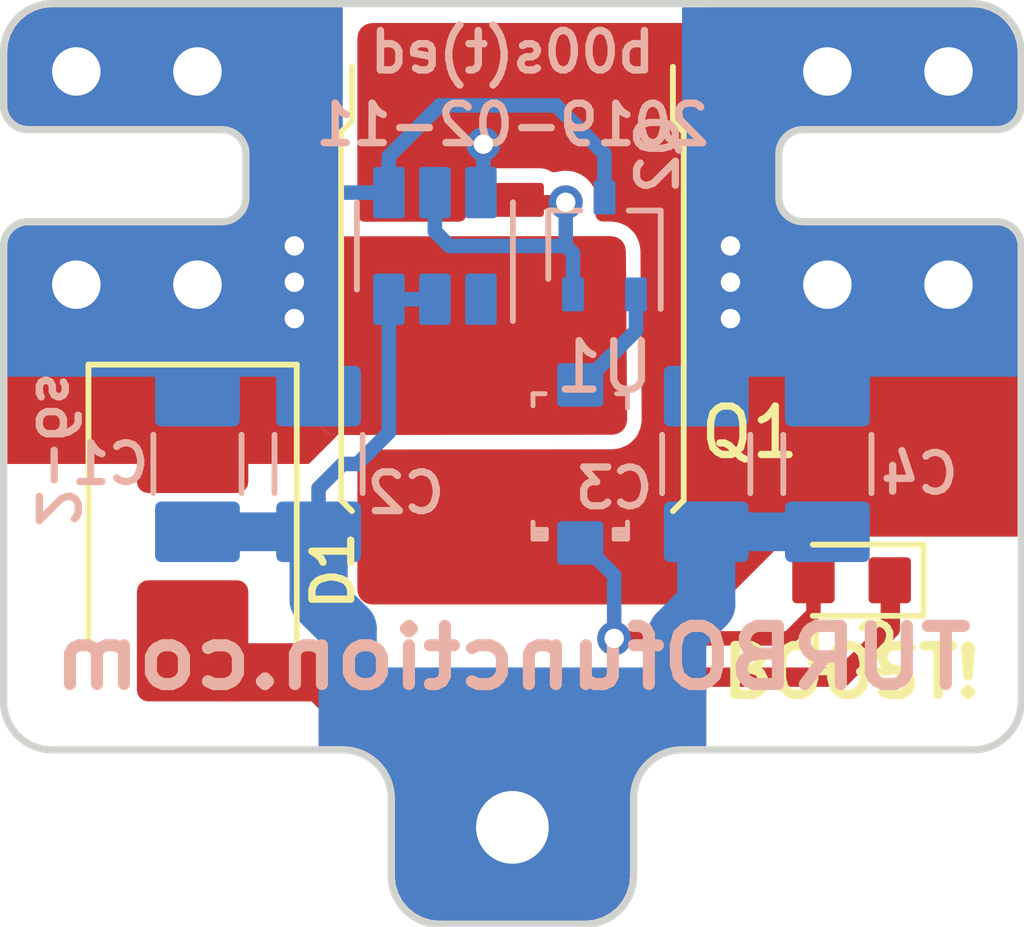
<source format=kicad_pcb>
(kicad_pcb (version 20171130) (host pcbnew "(5.0.1-3-g963ef8bb5)")

  (general
    (thickness 0.8)
    (drawings 43)
    (tracks 63)
    (zones 0)
    (modules 10)
    (nets 7)
  )

  (page A4)
  (layers
    (0 F.Cu mixed)
    (31 B.Cu mixed)
    (32 B.Adhes user hide)
    (33 F.Adhes user hide)
    (34 B.Paste user)
    (35 F.Paste user)
    (36 B.SilkS user)
    (37 F.SilkS user)
    (38 B.Mask user)
    (39 F.Mask user)
    (40 Dwgs.User user)
    (41 Cmts.User user)
    (42 Eco1.User user)
    (43 Eco2.User user)
    (44 Edge.Cuts user)
    (45 Margin user)
    (46 B.CrtYd user)
    (47 F.CrtYd user)
    (48 B.Fab user hide)
    (49 F.Fab user hide)
  )

  (setup
    (last_trace_width 0.3)
    (trace_clearance 0.15)
    (zone_clearance 0)
    (zone_45_only no)
    (trace_min 0.15)
    (segment_width 0.2)
    (edge_width 0.15)
    (via_size 0.7)
    (via_drill 0.4)
    (via_min_size 0)
    (via_min_drill 0.3)
    (uvia_size 0.3)
    (uvia_drill 0.1)
    (uvias_allowed no)
    (uvia_min_size 0.2)
    (uvia_min_drill 0.1)
    (pcb_text_width 0.153)
    (pcb_text_size 0.8 0.8128)
    (mod_edge_width 0.15)
    (mod_text_size 0.5 0.5)
    (mod_text_width 0.05)
    (pad_size 2.37 2.37)
    (pad_drill 0)
    (pad_to_mask_clearance 0.03)
    (solder_mask_min_width 0.15)
    (pad_to_paste_clearance -0.02)
    (pad_to_paste_clearance_ratio -0.05)
    (aux_axis_origin 22.2 24)
    (visible_elements FFFFFF7F)
    (pcbplotparams
      (layerselection 0x010f0_ffffffff)
      (usegerberextensions false)
      (usegerberattributes false)
      (usegerberadvancedattributes false)
      (creategerberjobfile false)
      (excludeedgelayer true)
      (linewidth 0.153000)
      (plotframeref false)
      (viasonmask false)
      (mode 1)
      (useauxorigin false)
      (hpglpennumber 1)
      (hpglpenspeed 20)
      (hpglpendiameter 15.000000)
      (psnegative false)
      (psa4output false)
      (plotreference false)
      (plotvalue false)
      (plotinvisibletext false)
      (padsonsilk true)
      (subtractmaskfromsilk false)
      (outputformat 1)
      (mirror false)
      (drillshape 0)
      (scaleselection 1)
      (outputdirectory "./"))
  )

  (net 0 "")
  (net 1 "Net-(Q1-Pad2)")
  (net 2 /OUT)
  (net 3 -BATT)
  (net 4 +BATT)
  (net 5 "Net-(D2-Pad2)")
  (net 6 "Net-(Q2-Pad1)")

  (net_class Default "This is the default net class."
    (clearance 0.15)
    (trace_width 0.3)
    (via_dia 0.7)
    (via_drill 0.4)
    (uvia_dia 0.3)
    (uvia_drill 0.1)
    (add_net +BATT)
    (add_net -BATT)
    (add_net /OUT)
    (add_net "Net-(D2-Pad2)")
    (add_net "Net-(Q1-Pad2)")
    (add_net "Net-(Q2-Pad1)")
  )

  (net_class HV ""
    (clearance 0.3)
    (trace_width 0.3)
    (via_dia 0.7)
    (via_drill 0.4)
    (uvia_dia 0.3)
    (uvia_drill 0.1)
  )

  (net_class Power ""
    (clearance 0.15)
    (trace_width 1.2)
    (via_dia 0.7)
    (via_drill 0.4)
    (uvia_dia 0.3)
    (uvia_drill 0.1)
  )

  (module Package_TO_SOT_SMD:SOT-23-6 (layer B.Cu) (tedit 5C61B26F) (tstamp 5C61E2E9)
    (at 138.4 65 90)
    (descr "6-pin SOT-23 package")
    (tags SOT-23-6)
    (path /5C62AAD7)
    (attr smd)
    (fp_text reference U1 (at -2.5 3.5 180) (layer B.SilkS)
      (effects (font (size 1 1) (thickness 0.15)) (justify mirror))
    )
    (fp_text value LM5050-2 (at 0 -2.9 90) (layer B.Fab)
      (effects (font (size 1 1) (thickness 0.15)) (justify mirror))
    )
    (fp_line (start 0.9 1.55) (end 0.9 -1.55) (layer B.Fab) (width 0.1))
    (fp_line (start 0.9 -1.55) (end -0.9 -1.55) (layer B.Fab) (width 0.1))
    (fp_line (start -0.9 0.9) (end -0.9 -1.55) (layer B.Fab) (width 0.1))
    (fp_line (start 0.9 1.55) (end -0.25 1.55) (layer B.Fab) (width 0.1))
    (fp_line (start -0.9 0.9) (end -0.25 1.55) (layer B.Fab) (width 0.1))
    (fp_line (start -1.9 1.8) (end -1.9 -1.8) (layer B.CrtYd) (width 0.05))
    (fp_line (start -1.9 -1.8) (end 1.9 -1.8) (layer B.CrtYd) (width 0.05))
    (fp_line (start 1.9 -1.8) (end 1.9 1.8) (layer B.CrtYd) (width 0.05))
    (fp_line (start 1.9 1.8) (end -1.9 1.8) (layer B.CrtYd) (width 0.05))
    (fp_line (start 0.9 1.61) (end -1.55 1.61) (layer B.SilkS) (width 0.12))
    (fp_line (start -0.9 -1.61) (end 0.9 -1.61) (layer B.SilkS) (width 0.12))
    (fp_text user %R (at 0 0) (layer B.Fab)
      (effects (font (size 0.5 0.5) (thickness 0.075)) (justify mirror))
    )
    (pad 5 smd roundrect (at 1.1 0 90) (size 1.06 0.65) (layers B.Cu B.Paste B.Mask) (roundrect_rratio 0.1)
      (net 1 "Net-(Q1-Pad2)"))
    (pad 6 smd roundrect (at 1.1 0.95 90) (size 1.06 0.65) (layers B.Cu B.Paste B.Mask) (roundrect_rratio 0.1)
      (net 2 /OUT))
    (pad 4 smd roundrect (at 1.1 -0.95 90) (size 1.06 0.65) (layers B.Cu B.Paste B.Mask) (roundrect_rratio 0.1)
      (net 4 +BATT))
    (pad 3 smd roundrect (at -1.1 -0.95 90) (size 1.06 0.65) (layers B.Cu B.Paste B.Mask) (roundrect_rratio 0.1)
      (net 3 -BATT))
    (pad 2 smd roundrect (at -1.1 0 90) (size 1.06 0.65) (layers B.Cu B.Paste B.Mask) (roundrect_rratio 0.1)
      (net 3 -BATT))
    (pad 1 smd roundrect (at -1.1 0.95 90) (size 1.06 0.65) (layers B.Cu B.Paste B.Mask) (roundrect_rratio 0.1))
    (model ${KISYS3DMOD}/Package_TO_SOT_SMD.3dshapes/SOT-23-6.wrl
      (at (xyz 0 0 0))
      (scale (xyz 1 1 1))
      (rotate (xyz 0 0 0))
    )
  )

  (module Capacitor_SMD:C_1206_3216Metric (layer B.Cu) (tedit 5C581995) (tstamp 5C61F38A)
    (at 146.5 69.5 270)
    (descr "Capacitor SMD 1206 (3216 Metric), square (rectangular) end terminal, IPC_7351 nominal, (Body size source: http://www.tortai-tech.com/upload/download/2011102023233369053.pdf), generated with kicad-footprint-generator")
    (tags capacitor)
    (path /5C555923)
    (attr smd)
    (fp_text reference C4 (at 0.2 -1.9) (layer B.SilkS)
      (effects (font (size 0.8 0.8) (thickness 0.15)) (justify mirror))
    )
    (fp_text value C (at 0 -1.82 270) (layer B.Fab)
      (effects (font (size 1 1) (thickness 0.15)) (justify mirror))
    )
    (fp_line (start -1.6 -0.8) (end -1.6 0.8) (layer B.Fab) (width 0.1))
    (fp_line (start -1.6 0.8) (end 1.6 0.8) (layer B.Fab) (width 0.1))
    (fp_line (start 1.6 0.8) (end 1.6 -0.8) (layer B.Fab) (width 0.1))
    (fp_line (start 1.6 -0.8) (end -1.6 -0.8) (layer B.Fab) (width 0.1))
    (fp_line (start -0.602064 0.91) (end 0.602064 0.91) (layer B.SilkS) (width 0.12))
    (fp_line (start -0.602064 -0.91) (end 0.602064 -0.91) (layer B.SilkS) (width 0.12))
    (fp_line (start -2.28 -1.12) (end -2.28 1.12) (layer B.CrtYd) (width 0.05))
    (fp_line (start -2.28 1.12) (end 2.28 1.12) (layer B.CrtYd) (width 0.05))
    (fp_line (start 2.28 1.12) (end 2.28 -1.12) (layer B.CrtYd) (width 0.05))
    (fp_line (start 2.28 -1.12) (end -2.28 -1.12) (layer B.CrtYd) (width 0.05))
    (fp_text user %R (at 0 0 270) (layer B.Fab)
      (effects (font (size 0.8 0.8) (thickness 0.12)) (justify mirror))
    )
    (pad 1 smd roundrect (at -1.4 0 270) (size 1.25 1.75) (layers B.Cu B.Paste B.Mask) (roundrect_rratio 0.1)
      (net 2 /OUT))
    (pad 2 smd roundrect (at 1.4 0 270) (size 1.25 1.75) (layers B.Cu B.Paste B.Mask) (roundrect_rratio 0.1)
      (net 3 -BATT))
    (model ${KISYS3DMOD}/Capacitor_SMD.3dshapes/C_1206_3216Metric.wrl
      (at (xyz 0 0 0))
      (scale (xyz 1 1 1))
      (rotate (xyz 0 0 0))
    )
  )

  (module Package_DirectFET:DirectFET_L8 (layer F.Cu) (tedit 5C5541B6) (tstamp 5C6221D5)
    (at 140 66.45 270)
    (descr "DirectFET L8 https://www.infineon.com/dgdl/Infineon-AN-1035-AN-v29_00-EN.pdf?fileId=5546d462533600a40153559159020f76")
    (tags "DirectFET L8")
    (path /5C52EA7D)
    (attr smd)
    (fp_text reference Q1 (at 2.4 -4.9 180) (layer F.SilkS)
      (effects (font (size 1 1) (thickness 0.15)))
    )
    (fp_text value IRF7739L1 (at 0 4.5 270) (layer F.Fab)
      (effects (font (size 1 1) (thickness 0.15)))
    )
    (fp_line (start 4.2 -3.3) (end 4.2 -3.42) (layer F.CrtYd) (width 0.05))
    (fp_line (start -5.14604 -3.31216) (end -4.02336 -3.31216) (layer F.SilkS) (width 0.12))
    (fp_line (start -3.95 -3.3) (end -3.775 -3.475) (layer F.Fab) (width 0.1))
    (fp_line (start -3.95 -2.975) (end -3.95 -3.3) (layer F.Fab) (width 0.1))
    (fp_line (start 5.45 -3.3) (end 5.45 3.3) (layer F.CrtYd) (width 0.05))
    (fp_line (start -4.2 -3.3) (end -5.45 -3.3) (layer F.CrtYd) (width 0.05))
    (fp_text user %R (at 0 0 270) (layer F.Fab)
      (effects (font (size 1 1) (thickness 0.15)))
    )
    (fp_line (start 3.775 -3.475) (end -3.775 -3.475) (layer F.Fab) (width 0.1))
    (fp_line (start 4.55 -2.975) (end 3.95 -2.975) (layer F.Fab) (width 0.1))
    (fp_line (start 4.55 -2.975) (end 4.55 2.975) (layer F.Fab) (width 0.1))
    (fp_line (start -4.55 -2.975) (end -4.55 2.975) (layer F.Fab) (width 0.1))
    (fp_line (start -4.55 -2.975) (end -3.95 -2.975) (layer F.Fab) (width 0.1))
    (fp_line (start 4.55 2.975) (end 3.95 2.975) (layer F.Fab) (width 0.1))
    (fp_line (start -4.55 2.975) (end -3.95 2.975) (layer F.Fab) (width 0.1))
    (fp_line (start 3.775 3.475) (end -3.775 3.475) (layer F.Fab) (width 0.1))
    (fp_line (start 3.8 -3.535) (end -3.8 -3.535) (layer F.SilkS) (width 0.12))
    (fp_line (start 3.89 3.73) (end -3.89 3.73) (layer F.CrtYd) (width 0.05))
    (fp_line (start 3.89 -3.73) (end -3.89 -3.73) (layer F.CrtYd) (width 0.05))
    (fp_line (start -5.45 -3.3) (end -5.45 3.3) (layer F.CrtYd) (width 0.05))
    (fp_line (start 3.95 -2.975) (end 3.95 -3.3) (layer F.Fab) (width 0.1))
    (fp_line (start 4.2 -3.42) (end 3.89 -3.73) (layer F.CrtYd) (width 0.05))
    (fp_line (start -3.95 2.975) (end -3.95 3.3) (layer F.Fab) (width 0.1))
    (fp_line (start 3.95 2.975) (end 3.95 3.3) (layer F.Fab) (width 0.1))
    (fp_line (start 3.95 3.3) (end 3.775 3.475) (layer F.Fab) (width 0.1))
    (fp_line (start -3.95 3.3) (end -3.775 3.475) (layer F.Fab) (width 0.1))
    (fp_line (start 3.95 -3.3) (end 3.775 -3.475) (layer F.Fab) (width 0.1))
    (fp_line (start -4.2 -3.42) (end -3.89 -3.73) (layer F.CrtYd) (width 0.05))
    (fp_line (start -4.2 -3.3) (end -4.2 -3.42) (layer F.CrtYd) (width 0.05))
    (fp_line (start -4.2 3.3) (end -5.45 3.3) (layer F.CrtYd) (width 0.05))
    (fp_line (start -4.2 3.42) (end -3.89 3.73) (layer F.CrtYd) (width 0.05))
    (fp_line (start -4.2 3.3) (end -4.2 3.42) (layer F.CrtYd) (width 0.05))
    (fp_line (start 4.2 -3.3) (end 5.45 -3.3) (layer F.CrtYd) (width 0.05))
    (fp_line (start 4.2 3.42) (end 3.89 3.73) (layer F.CrtYd) (width 0.05))
    (fp_line (start 4.2 3.3) (end 4.2 3.42) (layer F.CrtYd) (width 0.05))
    (fp_line (start 4.2 3.3) (end 5.45 3.3) (layer F.CrtYd) (width 0.05))
    (fp_line (start 4.02336 -3.31216) (end 3.8 -3.535) (layer F.SilkS) (width 0.12))
    (fp_line (start -4.02336 -3.31216) (end -3.8 -3.535) (layer F.SilkS) (width 0.12))
    (fp_line (start 3.8 3.535) (end -3.8 3.535) (layer F.SilkS) (width 0.12))
    (fp_line (start 4.02336 3.31216) (end 3.8 3.535) (layer F.SilkS) (width 0.12))
    (fp_line (start -4.02336 3.31216) (end -3.8 3.535) (layer F.SilkS) (width 0.12))
    (fp_line (start -5.14604 3.31216) (end -4.02336 3.31216) (layer F.SilkS) (width 0.12))
    (pad 2 smd roundrect (at -2.4 0 270) (size 0.7 1.3) (layers F.Cu F.Paste F.Mask) (roundrect_rratio 0.1)
      (net 1 "Net-(Q1-Pad2)"))
    (pad 3 smd roundrect (at -1 -0.575 270) (size 1.1 0.85) (layers F.Cu F.Paste F.Mask) (roundrect_rratio 0.1)
      (net 4 +BATT))
    (pad 3 smd roundrect (at -1 0.575 270) (size 1.1 0.85) (layers F.Cu F.Paste F.Mask) (roundrect_rratio 0.1)
      (net 4 +BATT))
    (pad 3 smd roundrect (at 1.8 0.575 270) (size 1.1 0.85) (layers F.Cu F.Paste F.Mask) (roundrect_rratio 0.1)
      (net 4 +BATT))
    (pad 3 smd roundrect (at 1.8 -0.575 270) (size 1.1 0.85) (layers F.Cu F.Paste F.Mask) (roundrect_rratio 0.1)
      (net 4 +BATT))
    (pad 3 smd roundrect (at -1 -1.725 270) (size 1.1 0.85) (layers F.Cu F.Paste F.Mask) (roundrect_rratio 0.1)
      (net 4 +BATT))
    (pad 3 smd roundrect (at 1.8 -1.725 270) (size 1.1 0.85) (layers F.Cu F.Paste F.Mask) (roundrect_rratio 0.1)
      (net 4 +BATT))
    (pad 3 smd roundrect (at -1 1.725 270) (size 1.1 0.85) (layers F.Cu F.Paste F.Mask) (roundrect_rratio 0.1)
      (net 4 +BATT))
    (pad 3 smd roundrect (at 1.8 1.725 270) (size 1.1 0.85) (layers F.Cu F.Paste F.Mask) (roundrect_rratio 0.1)
      (net 4 +BATT))
    (pad 1 smd roundrect (at -4.65 0 270) (size 1.1 1.7) (layers F.Cu F.Paste F.Mask) (roundrect_rratio 0.1)
      (net 2 /OUT))
    (pad 1 smd roundrect (at -4.65 -2.2 270) (size 1.1 1.7) (layers F.Cu F.Paste F.Mask) (roundrect_rratio 0.1)
      (net 2 /OUT))
    (pad 1 smd roundrect (at -4.65 2.2 270) (size 1.1 1.7) (layers F.Cu F.Paste F.Mask) (roundrect_rratio 0.1)
      (net 2 /OUT))
    (pad 1 smd roundrect (at 4.65 0 270) (size 1.1 1.7) (layers F.Cu F.Paste F.Mask) (roundrect_rratio 0.1)
      (net 2 /OUT))
    (pad 1 smd roundrect (at 4.65 2.2 270) (size 1.1 1.7) (layers F.Cu F.Paste F.Mask) (roundrect_rratio 0.1)
      (net 2 /OUT))
    (pad 1 smd roundrect (at 4.65 -2.2 270) (size 1.1 1.7) (layers F.Cu F.Paste F.Mask) (roundrect_rratio 0.1)
      (net 2 /OUT))
    (model ${KISYS3DMOD}/Package_DirectFET.3dshapes/DirectFET_L8.wrl
      (at (xyz 0 0 0))
      (scale (xyz 1 1 1))
      (rotate (xyz 0 0 0))
    )
  )

  (module Capacitor_SMD:C_1206_3216Metric (layer B.Cu) (tedit 5C581995) (tstamp 5C58A46B)
    (at 133.5 69.5 270)
    (descr "Capacitor SMD 1206 (3216 Metric), square (rectangular) end terminal, IPC_7351 nominal, (Body size source: http://www.tortai-tech.com/upload/download/2011102023233369053.pdf), generated with kicad-footprint-generator")
    (tags capacitor)
    (path /5C54035D)
    (attr smd)
    (fp_text reference C1 (at 0 1.8) (layer B.SilkS)
      (effects (font (size 0.8 0.8) (thickness 0.15)) (justify mirror))
    )
    (fp_text value C (at 0 -1.82 270) (layer B.Fab)
      (effects (font (size 1 1) (thickness 0.15)) (justify mirror))
    )
    (fp_line (start -1.6 -0.8) (end -1.6 0.8) (layer B.Fab) (width 0.1))
    (fp_line (start -1.6 0.8) (end 1.6 0.8) (layer B.Fab) (width 0.1))
    (fp_line (start 1.6 0.8) (end 1.6 -0.8) (layer B.Fab) (width 0.1))
    (fp_line (start 1.6 -0.8) (end -1.6 -0.8) (layer B.Fab) (width 0.1))
    (fp_line (start -0.602064 0.91) (end 0.602064 0.91) (layer B.SilkS) (width 0.12))
    (fp_line (start -0.602064 -0.91) (end 0.602064 -0.91) (layer B.SilkS) (width 0.12))
    (fp_line (start -2.28 -1.12) (end -2.28 1.12) (layer B.CrtYd) (width 0.05))
    (fp_line (start -2.28 1.12) (end 2.28 1.12) (layer B.CrtYd) (width 0.05))
    (fp_line (start 2.28 1.12) (end 2.28 -1.12) (layer B.CrtYd) (width 0.05))
    (fp_line (start 2.28 -1.12) (end -2.28 -1.12) (layer B.CrtYd) (width 0.05))
    (fp_text user %R (at 0 0 270) (layer B.Fab)
      (effects (font (size 0.8 0.8) (thickness 0.12)) (justify mirror))
    )
    (pad 1 smd roundrect (at -1.4 0 270) (size 1.25 1.75) (layers B.Cu B.Paste B.Mask) (roundrect_rratio 0.1)
      (net 4 +BATT))
    (pad 2 smd roundrect (at 1.4 0 270) (size 1.25 1.75) (layers B.Cu B.Paste B.Mask) (roundrect_rratio 0.1)
      (net 3 -BATT))
    (model ${KISYS3DMOD}/Capacitor_SMD.3dshapes/C_1206_3216Metric.wrl
      (at (xyz 0 0 0))
      (scale (xyz 1 1 1))
      (rotate (xyz 0 0 0))
    )
  )

  (module Capacitor_SMD:C_1206_3216Metric (layer B.Cu) (tedit 5C581995) (tstamp 5C58A3E9)
    (at 136 69.5 270)
    (descr "Capacitor SMD 1206 (3216 Metric), square (rectangular) end terminal, IPC_7351 nominal, (Body size source: http://www.tortai-tech.com/upload/download/2011102023233369053.pdf), generated with kicad-footprint-generator")
    (tags capacitor)
    (path /5C53D3D8)
    (attr smd)
    (fp_text reference C2 (at 0.6 -1.8) (layer B.SilkS)
      (effects (font (size 0.8 0.8) (thickness 0.15)) (justify mirror))
    )
    (fp_text value C (at 0 -1.82 270) (layer B.Fab)
      (effects (font (size 1 1) (thickness 0.15)) (justify mirror))
    )
    (fp_line (start -1.6 -0.8) (end -1.6 0.8) (layer B.Fab) (width 0.1))
    (fp_line (start -1.6 0.8) (end 1.6 0.8) (layer B.Fab) (width 0.1))
    (fp_line (start 1.6 0.8) (end 1.6 -0.8) (layer B.Fab) (width 0.1))
    (fp_line (start 1.6 -0.8) (end -1.6 -0.8) (layer B.Fab) (width 0.1))
    (fp_line (start -0.602064 0.91) (end 0.602064 0.91) (layer B.SilkS) (width 0.12))
    (fp_line (start -0.602064 -0.91) (end 0.602064 -0.91) (layer B.SilkS) (width 0.12))
    (fp_line (start -2.28 -1.12) (end -2.28 1.12) (layer B.CrtYd) (width 0.05))
    (fp_line (start -2.28 1.12) (end 2.28 1.12) (layer B.CrtYd) (width 0.05))
    (fp_line (start 2.28 1.12) (end 2.28 -1.12) (layer B.CrtYd) (width 0.05))
    (fp_line (start 2.28 -1.12) (end -2.28 -1.12) (layer B.CrtYd) (width 0.05))
    (fp_text user %R (at 0 0 270) (layer B.Fab)
      (effects (font (size 0.8 0.8) (thickness 0.12)) (justify mirror))
    )
    (pad 1 smd roundrect (at -1.4 0 270) (size 1.25 1.75) (layers B.Cu B.Paste B.Mask) (roundrect_rratio 0.1)
      (net 4 +BATT))
    (pad 2 smd roundrect (at 1.4 0 270) (size 1.25 1.75) (layers B.Cu B.Paste B.Mask) (roundrect_rratio 0.1)
      (net 3 -BATT))
    (model ${KISYS3DMOD}/Capacitor_SMD.3dshapes/C_1206_3216Metric.wrl
      (at (xyz 0 0 0))
      (scale (xyz 1 1 1))
      (rotate (xyz 0 0 0))
    )
  )

  (module Capacitor_SMD:C_1206_3216Metric (layer B.Cu) (tedit 5C581995) (tstamp 5C63664A)
    (at 144 69.5 270)
    (descr "Capacitor SMD 1206 (3216 Metric), square (rectangular) end terminal, IPC_7351 nominal, (Body size source: http://www.tortai-tech.com/upload/download/2011102023233369053.pdf), generated with kicad-footprint-generator")
    (tags capacitor)
    (path /5C53E8AA)
    (attr smd)
    (fp_text reference C3 (at 0.5 1.9) (layer B.SilkS)
      (effects (font (size 0.8 0.8) (thickness 0.15)) (justify mirror))
    )
    (fp_text value C (at 0 -1.82 270) (layer B.Fab)
      (effects (font (size 1 1) (thickness 0.15)) (justify mirror))
    )
    (fp_line (start -1.6 -0.8) (end -1.6 0.8) (layer B.Fab) (width 0.1))
    (fp_line (start -1.6 0.8) (end 1.6 0.8) (layer B.Fab) (width 0.1))
    (fp_line (start 1.6 0.8) (end 1.6 -0.8) (layer B.Fab) (width 0.1))
    (fp_line (start 1.6 -0.8) (end -1.6 -0.8) (layer B.Fab) (width 0.1))
    (fp_line (start -0.602064 0.91) (end 0.602064 0.91) (layer B.SilkS) (width 0.12))
    (fp_line (start -0.602064 -0.91) (end 0.602064 -0.91) (layer B.SilkS) (width 0.12))
    (fp_line (start -2.28 -1.12) (end -2.28 1.12) (layer B.CrtYd) (width 0.05))
    (fp_line (start -2.28 1.12) (end 2.28 1.12) (layer B.CrtYd) (width 0.05))
    (fp_line (start 2.28 1.12) (end 2.28 -1.12) (layer B.CrtYd) (width 0.05))
    (fp_line (start 2.28 -1.12) (end -2.28 -1.12) (layer B.CrtYd) (width 0.05))
    (fp_text user %R (at 0 0 270) (layer B.Fab)
      (effects (font (size 0.8 0.8) (thickness 0.12)) (justify mirror))
    )
    (pad 1 smd roundrect (at -1.4 0 270) (size 1.25 1.75) (layers B.Cu B.Paste B.Mask) (roundrect_rratio 0.1)
      (net 2 /OUT))
    (pad 2 smd roundrect (at 1.4 0 270) (size 1.25 1.75) (layers B.Cu B.Paste B.Mask) (roundrect_rratio 0.1)
      (net 3 -BATT))
    (model ${KISYS3DMOD}/Capacitor_SMD.3dshapes/C_1206_3216Metric.wrl
      (at (xyz 0 0 0))
      (scale (xyz 1 1 1))
      (rotate (xyz 0 0 0))
    )
  )

  (module Diode_SMD:D_SMB (layer F.Cu) (tedit 5C554126) (tstamp 5C54B430)
    (at 133.4 71 270)
    (descr "Diode SMB (DO-214AA)")
    (tags "Diode SMB (DO-214AA)")
    (path /5C53D25D)
    (attr smd)
    (fp_text reference D1 (at 0.7 -2.9 270) (layer F.SilkS)
      (effects (font (size 0.8 0.8) (thickness 0.15)))
    )
    (fp_text value D (at 0 3.1 270) (layer F.Fab)
      (effects (font (size 1 1) (thickness 0.15)))
    )
    (fp_line (start -3.55 -2.15) (end 2.15 -2.15) (layer F.SilkS) (width 0.12))
    (fp_line (start -3.55 2.15) (end 2.15 2.15) (layer F.SilkS) (width 0.12))
    (fp_line (start -0.64944 0.00102) (end 0.50118 -0.79908) (layer F.Fab) (width 0.1))
    (fp_line (start -0.64944 0.00102) (end 0.50118 0.75032) (layer F.Fab) (width 0.1))
    (fp_line (start 0.50118 0.75032) (end 0.50118 -0.79908) (layer F.Fab) (width 0.1))
    (fp_line (start -0.64944 -0.79908) (end -0.64944 0.80112) (layer F.Fab) (width 0.1))
    (fp_line (start 0.50118 0.00102) (end 1.4994 0.00102) (layer F.Fab) (width 0.1))
    (fp_line (start -0.64944 0.00102) (end -1.55114 0.00102) (layer F.Fab) (width 0.1))
    (fp_line (start -3.65 2.25) (end -3.65 -2.25) (layer F.CrtYd) (width 0.05))
    (fp_line (start 3.65 2.25) (end -3.65 2.25) (layer F.CrtYd) (width 0.05))
    (fp_line (start 3.65 -2.25) (end 3.65 2.25) (layer F.CrtYd) (width 0.05))
    (fp_line (start -3.65 -2.25) (end 3.65 -2.25) (layer F.CrtYd) (width 0.05))
    (fp_line (start 2.3 -2) (end -2.3 -2) (layer F.Fab) (width 0.1))
    (fp_line (start 2.3 -2) (end 2.3 2) (layer F.Fab) (width 0.1))
    (fp_line (start -2.3 2) (end -2.3 -2) (layer F.Fab) (width 0.1))
    (fp_line (start 2.3 2) (end -2.3 2) (layer F.Fab) (width 0.1))
    (fp_line (start -3.55 -2.15) (end -3.55 2.15) (layer F.SilkS) (width 0.12))
    (fp_text user %R (at 0 -3 270) (layer F.Fab)
      (effects (font (size 1 1) (thickness 0.15)))
    )
    (pad 2 smd roundrect (at 2.15 0 270) (size 2.5 2.3) (layers F.Cu F.Paste F.Mask) (roundrect_rratio 0.1)
      (net 3 -BATT))
    (pad 1 smd roundrect (at -2.15 0 270) (size 2.5 2.3) (layers F.Cu F.Paste F.Mask) (roundrect_rratio 0.1)
      (net 4 +BATT))
    (model ${KISYS3DMOD}/Diode_SMD.3dshapes/D_SMB.wrl
      (at (xyz 0 0 0))
      (scale (xyz 1 1 1))
      (rotate (xyz 0 0 0))
    )
  )

  (module Diode_SMD:D_0603_1608Metric (layer F.Cu) (tedit 5C581AC2) (tstamp 5C57C854)
    (at 147 71.9 180)
    (descr "Diode SMD 0603 (1608 Metric), square (rectangular) end terminal, IPC_7351 nominal, (Body size source: http://www.tortai-tech.com/upload/download/2011102023233369053.pdf), generated with kicad-footprint-generator")
    (tags diode)
    (path /5C55DD63)
    (attr smd)
    (fp_text reference D2 (at 0 -1.43 180) (layer F.SilkS)
      (effects (font (size 1 1) (thickness 0.15)))
    )
    (fp_text value VLMTG1400 (at 0 1.43 180) (layer F.Fab)
      (effects (font (size 1 1) (thickness 0.15)))
    )
    (fp_line (start 0.8 -0.4) (end -0.5 -0.4) (layer F.Fab) (width 0.1))
    (fp_line (start -0.5 -0.4) (end -0.8 -0.1) (layer F.Fab) (width 0.1))
    (fp_line (start -0.8 -0.1) (end -0.8 0.4) (layer F.Fab) (width 0.1))
    (fp_line (start -0.8 0.4) (end 0.8 0.4) (layer F.Fab) (width 0.1))
    (fp_line (start 0.8 0.4) (end 0.8 -0.4) (layer F.Fab) (width 0.1))
    (fp_line (start 0.8 -0.735) (end -1.485 -0.735) (layer F.SilkS) (width 0.12))
    (fp_line (start -1.485 -0.735) (end -1.485 0.735) (layer F.SilkS) (width 0.12))
    (fp_line (start -1.485 0.735) (end 0.8 0.735) (layer F.SilkS) (width 0.12))
    (fp_line (start -1.48 0.73) (end -1.48 -0.73) (layer F.CrtYd) (width 0.05))
    (fp_line (start -1.48 -0.73) (end 1.48 -0.73) (layer F.CrtYd) (width 0.05))
    (fp_line (start 1.48 -0.73) (end 1.48 0.73) (layer F.CrtYd) (width 0.05))
    (fp_line (start 1.48 0.73) (end -1.48 0.73) (layer F.CrtYd) (width 0.05))
    (fp_text user %R (at 0 0 180) (layer F.Fab)
      (effects (font (size 0.4 0.4) (thickness 0.06)))
    )
    (pad 1 smd roundrect (at -0.7875 0 180) (size 0.875 0.95) (layers F.Cu F.Paste F.Mask) (roundrect_rratio 0.1)
      (net 3 -BATT))
    (pad 2 smd roundrect (at 0.7875 0 180) (size 0.875 0.95) (layers F.Cu F.Paste F.Mask) (roundrect_rratio 0.1)
      (net 5 "Net-(D2-Pad2)"))
    (model ${KISYS3DMOD}/Diode_SMD.3dshapes/D_0603_1608Metric.wrl
      (at (xyz 0 0 0))
      (scale (xyz 1 1 1))
      (rotate (xyz 0 0 0))
    )
  )

  (module Package_TO_SOT_SMD:SOT-323_SC-70 (layer B.Cu) (tedit 5C58194E) (tstamp 5C61E78C)
    (at 141.9 65 90)
    (descr "SOT-323, SC-70")
    (tags "SOT-323 SC-70")
    (path /5C56F591)
    (attr smd)
    (fp_text reference Q2 (at 1.9 1.1 90) (layer B.SilkS)
      (effects (font (size 0.8 0.8) (thickness 0.15)) (justify mirror))
    )
    (fp_text value 2N7002W (at -0.05 -2.05 90) (layer B.Fab)
      (effects (font (size 1 1) (thickness 0.15)) (justify mirror))
    )
    (fp_text user %R (at 0 0) (layer B.Fab)
      (effects (font (size 0.5 0.5) (thickness 0.075)) (justify mirror))
    )
    (fp_line (start 0.73 -0.5) (end 0.73 -1.16) (layer B.SilkS) (width 0.12))
    (fp_line (start 0.73 1.16) (end 0.73 0.5) (layer B.SilkS) (width 0.12))
    (fp_line (start 1.7 -1.3) (end -1.7 -1.3) (layer B.CrtYd) (width 0.05))
    (fp_line (start 1.7 1.3) (end 1.7 -1.3) (layer B.CrtYd) (width 0.05))
    (fp_line (start -1.7 1.3) (end 1.7 1.3) (layer B.CrtYd) (width 0.05))
    (fp_line (start -1.7 -1.3) (end -1.7 1.3) (layer B.CrtYd) (width 0.05))
    (fp_line (start 0.73 1.16) (end -1.3 1.16) (layer B.SilkS) (width 0.12))
    (fp_line (start -0.68 -1.16) (end 0.73 -1.16) (layer B.SilkS) (width 0.12))
    (fp_line (start 0.67 1.1) (end -0.18 1.1) (layer B.Fab) (width 0.1))
    (fp_line (start -0.68 0.6) (end -0.68 -1.1) (layer B.Fab) (width 0.1))
    (fp_line (start 0.67 1.1) (end 0.67 -1.1) (layer B.Fab) (width 0.1))
    (fp_line (start 0.67 -1.1) (end -0.68 -1.1) (layer B.Fab) (width 0.1))
    (fp_line (start -0.18 1.1) (end -0.68 0.6) (layer B.Fab) (width 0.1))
    (pad 1 smd roundrect (at -1 0.65 180) (size 0.45 0.7) (layers B.Cu B.Paste B.Mask) (roundrect_rratio 0.1)
      (net 6 "Net-(Q2-Pad1)"))
    (pad 2 smd roundrect (at -1 -0.65 180) (size 0.45 0.7) (layers B.Cu B.Paste B.Mask) (roundrect_rratio 0.1)
      (net 1 "Net-(Q1-Pad2)"))
    (pad 3 smd roundrect (at 1 0 180) (size 0.45 0.7) (layers B.Cu B.Paste B.Mask) (roundrect_rratio 0.1)
      (net 4 +BATT))
    (model ${KISYS3DMOD}/Package_TO_SOT_SMD.3dshapes/SOT-323_SC-70.wrl
      (at (xyz 0 0 0))
      (scale (xyz 1 1 1))
      (rotate (xyz 0 0 0))
    )
  )

  (module Digikey:SOD-123 (layer B.Cu) (tedit 5C58197E) (tstamp 5C622788)
    (at 141.4 69.5 90)
    (path /5C55B031)
    (fp_text reference U2 (at -0.01 1.89 90) (layer B.SilkS) hide
      (effects (font (size 1 1) (thickness 0.15)) (justify mirror))
    )
    (fp_text value NSI50010YT1G (at 0.07 -2.05 90) (layer B.Fab)
      (effects (font (size 1 1) (thickness 0.15)) (justify mirror))
    )
    (fp_line (start -1.35 -0.7) (end -1.35 -0.975) (layer B.SilkS) (width 0.1))
    (fp_line (start -1.45 -0.7) (end -1.45 -0.975) (layer B.SilkS) (width 0.1))
    (fp_line (start -1.35 0.85) (end 1.35 0.85) (layer B.Fab) (width 0.1))
    (fp_line (start 1.35 0.85) (end 1.35 -0.85) (layer B.Fab) (width 0.1))
    (fp_line (start -1.35 0.85) (end -1.35 -0.85) (layer B.Fab) (width 0.1))
    (fp_line (start -1.35 -0.85) (end 1.35 -0.85) (layer B.Fab) (width 0.1))
    (fp_line (start 1.45 0.975) (end 1.45 0.75) (layer B.SilkS) (width 0.1))
    (fp_line (start 1.15 0.975) (end 1.45 0.975) (layer B.SilkS) (width 0.1))
    (fp_line (start 1.45 -0.975) (end 1.2 -0.975) (layer B.SilkS) (width 0.1))
    (fp_line (start 1.45 -0.725) (end 1.45 -0.975) (layer B.SilkS) (width 0.1))
    (fp_line (start -1.55 -0.7) (end -1.55 -0.975) (layer B.SilkS) (width 0.1))
    (fp_line (start -1.2 0.975) (end -1.55 0.975) (layer B.SilkS) (width 0.1))
    (fp_line (start 2.2 1.15) (end 2.2 -1.15) (layer B.CrtYd) (width 0.05))
    (fp_line (start 2.2 -1.15) (end -2.2 -1.15) (layer B.CrtYd) (width 0.05))
    (fp_line (start -2.2 -1.15) (end -2.2 1.15) (layer B.CrtYd) (width 0.05))
    (fp_line (start 2.2 1.15) (end -2.2 1.15) (layer B.CrtYd) (width 0.05))
    (fp_text user %R (at 0 0 90) (layer B.Fab)
      (effects (font (size 0.5 0.5) (thickness 0.075)) (justify mirror))
    )
    (fp_line (start -1.2 -0.975) (end -1.55 -0.975) (layer B.SilkS) (width 0.1))
    (fp_line (start -1.35 -0.7) (end -1.55 -0.7) (layer B.SilkS) (width 0.1))
    (fp_line (start -1.55 0.7) (end -1.55 0.975) (layer B.SilkS) (width 0.1))
    (fp_line (start -1.45 0.7) (end -1.45 0.975) (layer B.SilkS) (width 0.1))
    (fp_line (start -1.35 0.7) (end -1.35 0.975) (layer B.SilkS) (width 0.1))
    (fp_line (start -1.55 0.7) (end -1.35 0.7) (layer B.SilkS) (width 0.1))
    (pad A smd roundrect (at 1.63 0 90) (size 0.9 0.95) (layers B.Cu B.Paste B.Mask) (roundrect_rratio 0.1)
      (net 6 "Net-(Q2-Pad1)"))
    (pad K smd roundrect (at -1.63 0 90) (size 0.9 0.95) (layers B.Cu B.Paste B.Mask) (roundrect_rratio 0.1)
      (net 5 "Net-(D2-Pad2)"))
  )

  (gr_line (start 143.5 75.4) (end 149.5 75.4) (layer Edge.Cuts) (width 0.15) (tstamp 5C587E61))
  (gr_arc (start 143.5 76.4) (end 143.5 75.4) (angle -90) (layer Edge.Cuts) (width 0.15) (tstamp 5C587E5D))
  (gr_line (start 142.5 76.4) (end 142.5 78) (layer Edge.Cuts) (width 0.15) (tstamp 5C587E5A))
  (gr_arc (start 141.5 78) (end 141.5 79) (angle -90) (layer Edge.Cuts) (width 0.15) (tstamp 5C587E56))
  (gr_line (start 137.5 76.4) (end 137.5 78) (layer Edge.Cuts) (width 0.15))
  (gr_arc (start 138.5 78) (end 137.5 78) (angle -90) (layer Edge.Cuts) (width 0.15) (tstamp 5C587E34))
  (gr_arc (start 136.5 76.4) (end 137.5 76.4) (angle -90) (layer Edge.Cuts) (width 0.15) (tstamp 5C587E1E))
  (gr_line (start 130.5 75.4) (end 136.5 75.4) (layer Edge.Cuts) (width 0.15))
  (gr_text 2-6s (at 130.6 69.2 270) (layer B.SilkS)
    (effects (font (size 0.8 0.8) (thickness 0.153)) (justify mirror))
  )
  (gr_text BOOST! (at 147 73.8) (layer F.SilkS) (tstamp 5C588C1E)
    (effects (font (size 1 1) (thickness 0.2)))
  )
  (gr_text TURBOfunction.com (at 140 73.5) (layer B.SilkS)
    (effects (font (size 1.2 1.3) (thickness 0.25)) (justify mirror))
  )
  (gr_poly (pts (xy 144.2 60) (xy 150.5 60) (xy 150.5 67) (xy 144.2 67)) (layer F.Mask) (width 0.15) (tstamp 5C54B189))
  (gr_text 2019-02-11 (at 140 62.5) (layer B.SilkS) (tstamp 5C54B157)
    (effects (font (size 0.8128 0.8) (thickness 0.153)) (justify mirror))
  )
  (gr_text "b00s(t)ed" (at 140 61) (layer B.SilkS) (tstamp 5C54B192)
    (effects (font (size 0.8128 0.8) (thickness 0.153)) (justify mirror))
  )
  (gr_poly (pts (xy 144.2 60) (xy 150.5 60) (xy 150.5 67) (xy 144.2 67)) (layer B.Mask) (width 0.15) (tstamp 5C54ADB3))
  (gr_poly (pts (xy 136.5 75.5) (xy 143.5 75.5) (xy 143.5 79) (xy 136.5 79)) (layer B.Mask) (width 0.15))
  (gr_poly (pts (xy 136.5 75.5) (xy 143.5 75.5) (xy 143.5 79) (xy 136.5 79)) (layer F.Mask) (width 0.15))
  (gr_poly (pts (xy 129.5 60) (xy 135.8 60) (xy 135.8 67) (xy 129.5 67)) (layer B.Mask) (width 0.15) (tstamp 5C549E88))
  (gr_arc (start 130 65) (end 130 64.5) (angle -90) (layer Edge.Cuts) (width 0.15) (tstamp 5C549CE8))
  (gr_arc (start 134 64) (end 134 64.5) (angle -90) (layer Edge.Cuts) (width 0.15) (tstamp 5C549CDF))
  (gr_arc (start 134 63.1) (end 134.5 63.1) (angle -90) (layer Edge.Cuts) (width 0.15) (tstamp 5C549CDB))
  (gr_arc (start 130 62.1) (end 129.5 62.1) (angle -90) (layer Edge.Cuts) (width 0.15) (tstamp 5C549CD9))
  (gr_arc (start 146 64) (end 145.5 64) (angle -90) (layer Edge.Cuts) (width 0.15) (tstamp 5C549CD6))
  (gr_arc (start 146 63.1) (end 146 62.6) (angle -90) (layer Edge.Cuts) (width 0.15) (tstamp 5C549CD2))
  (gr_arc (start 150 65) (end 150.5 65) (angle -90) (layer Edge.Cuts) (width 0.15) (tstamp 5C549C96))
  (gr_arc (start 150 62.1) (end 150 62.6) (angle -90) (layer Edge.Cuts) (width 0.15))
  (gr_arc (start 130.5 61) (end 130.5 60) (angle -90) (layer Edge.Cuts) (width 0.15) (tstamp 5C549C6A))
  (gr_arc (start 149.5 61) (end 150.5 61) (angle -90) (layer Edge.Cuts) (width 0.15) (tstamp 5C549C67))
  (gr_arc (start 149.5 74.4) (end 149.5 75.4) (angle -90) (layer Edge.Cuts) (width 0.15) (tstamp 5C549C64))
  (gr_arc (start 130.5 74.4) (end 129.5 74.4) (angle -90) (layer Edge.Cuts) (width 0.15))
  (gr_poly (pts (xy 129.5 60) (xy 135.8 60) (xy 135.8 67) (xy 129.5 67)) (layer F.Mask) (width 0.15))
  (gr_line (start 146 62.6) (end 150 62.6) (layer Edge.Cuts) (width 0.15) (tstamp 5C547E17))
  (gr_line (start 150.5 62.1) (end 150.5 61) (layer Edge.Cuts) (width 0.15) (tstamp 5C587353))
  (gr_line (start 129.5 62.1) (end 129.5 61) (layer Edge.Cuts) (width 0.15) (tstamp 5C547CD3))
  (gr_line (start 130 62.6) (end 134 62.6) (layer Edge.Cuts) (width 0.15) (tstamp 5C547A3A))
  (gr_line (start 145.5 64) (end 145.5 63.1) (layer Edge.Cuts) (width 0.15) (tstamp 5C6376F5))
  (gr_line (start 130 64.5) (end 134 64.5) (layer Edge.Cuts) (width 0.15) (tstamp 5C547A37))
  (gr_line (start 129.5 74.4) (end 129.5 65) (layer Edge.Cuts) (width 0.15))
  (gr_line (start 141.5 79) (end 138.5 79) (layer Edge.Cuts) (width 0.15))
  (gr_line (start 150.5 65) (end 150.5 74.4) (layer Edge.Cuts) (width 0.15))
  (gr_line (start 146 64.5) (end 150 64.5) (layer Edge.Cuts) (width 0.15) (tstamp 5C6376EC))
  (gr_line (start 130.5 60) (end 149.5 60) (layer Edge.Cuts) (width 0.15))
  (gr_line (start 134.5 64) (end 134.5 63.1) (layer Edge.Cuts) (width 0.15) (tstamp 5C586F33))

  (via (at 141.1 64.1) (size 0.7) (drill 0.4) (layers F.Cu B.Cu) (net 1))
  (segment (start 140.05 64.1) (end 140 64.05) (width 0.3) (layer F.Cu) (net 1))
  (segment (start 141.1 64.1) (end 140.05 64.1) (width 0.3) (layer F.Cu) (net 1))
  (segment (start 138.4 64.7) (end 138.7 65) (width 0.3) (layer B.Cu) (net 1))
  (segment (start 138.4 63.9) (end 138.4 64.7) (width 0.3) (layer B.Cu) (net 1))
  (segment (start 138.7 65) (end 141.1 65) (width 0.3) (layer B.Cu) (net 1))
  (segment (start 141.1 65) (end 141.1 64.1) (width 0.3) (layer B.Cu) (net 1))
  (segment (start 141.25 65.15) (end 141.25 66) (width 0.3) (layer B.Cu) (net 1))
  (segment (start 141.1 65) (end 141.25 65.15) (width 0.3) (layer B.Cu) (net 1))
  (via (at 149 61.4) (size 1.1) (drill 1) (layers F.Cu B.Cu) (net 2) (tstamp 5C54B49E))
  (via (at 146.5 61.4) (size 1.1) (drill 1) (layers F.Cu B.Cu) (net 2) (tstamp 5C54ABE3))
  (via (at 149 65.8) (size 1.1) (drill 1) (layers F.Cu B.Cu) (net 2) (tstamp 5C54ABE6))
  (via (at 146.5 65.8) (size 1.1) (drill 1) (layers F.Cu B.Cu) (net 2) (tstamp 5C54ABE9))
  (via (at 144.5 65) (size 0.5) (drill 0.4) (layers F.Cu B.Cu) (net 2))
  (via (at 144.5 65.75) (size 0.5) (drill 0.4) (layers F.Cu B.Cu) (net 2) (tstamp 5C5556ED))
  (via (at 144.5 66.5) (size 0.5) (drill 0.4) (layers F.Cu B.Cu) (net 2) (tstamp 5C5556EF))
  (via (at 139.4 62.9) (size 0.7) (drill 0.4) (layers F.Cu B.Cu) (net 2))
  (segment (start 139.4 63.85) (end 139.35 63.9) (width 0.3) (layer B.Cu) (net 2))
  (segment (start 139.4 62.9) (end 139.4 63.85) (width 0.3) (layer B.Cu) (net 2))
  (via (at 140 77) (size 2.5) (drill 1.5) (layers F.Cu B.Cu) (net 3) (tstamp 5C54B17F))
  (segment (start 136.1 73.8) (end 136.4 74.1) (width 1.2) (layer F.Cu) (net 3))
  (segment (start 134.05 73.8) (end 136.1 73.8) (width 1.2) (layer F.Cu) (net 3))
  (segment (start 133.4 73.15) (end 134.05 73.8) (width 1.2) (layer F.Cu) (net 3))
  (segment (start 136 70) (end 136 70.9) (width 0.3) (layer B.Cu) (net 3))
  (segment (start 136.8 69.5) (end 136.5 69.5) (width 0.3) (layer B.Cu) (net 3))
  (segment (start 137.45 68.85) (end 136.8 69.5) (width 0.3) (layer B.Cu) (net 3))
  (segment (start 136.5 69.5) (end 136 70) (width 0.3) (layer B.Cu) (net 3))
  (segment (start 136.6 72.9) (end 136.6 74.4) (width 1.2) (layer B.Cu) (net 3))
  (segment (start 136 72.3) (end 136.6 72.9) (width 1.2) (layer B.Cu) (net 3))
  (segment (start 136 71) (end 136 72.3) (width 1.2) (layer B.Cu) (net 3))
  (segment (start 143.4 74.2) (end 143.1 74.5) (width 1.2) (layer B.Cu) (net 3))
  (segment (start 143.4 73) (end 143.4 74.2) (width 1.2) (layer B.Cu) (net 3))
  (segment (start 144 72.4) (end 143.4 73) (width 1.2) (layer B.Cu) (net 3))
  (segment (start 144 70.9) (end 144 72.4) (width 1.2) (layer B.Cu) (net 3))
  (segment (start 137.45 68.85) (end 137.45 66.1) (width 0.3) (layer B.Cu) (net 3))
  (segment (start 138.4 66.1) (end 137.45 66.1) (width 0.3) (layer B.Cu) (net 3))
  (segment (start 147.8 72.9) (end 147.8 72) (width 0.4) (layer F.Cu) (net 3))
  (segment (start 146.8 73.9) (end 147.8 72.9) (width 0.4) (layer F.Cu) (net 3))
  (segment (start 143.4 73.9) (end 146.8 73.9) (width 0.4) (layer F.Cu) (net 3))
  (segment (start 146.5 70.9) (end 144 70.9) (width 0.8) (layer B.Cu) (net 3))
  (segment (start 136 70.9) (end 133.5 70.9) (width 0.8) (layer B.Cu) (net 3))
  (via (at 133.5 61.4) (size 1.1) (drill 1) (layers F.Cu B.Cu) (net 4) (tstamp 5C586FD6))
  (via (at 135.5 66.5) (size 0.5) (drill 0.4) (layers F.Cu B.Cu) (net 4) (tstamp 5C549745))
  (via (at 133.5 65.8) (size 1.1) (drill 1) (layers F.Cu B.Cu) (net 4) (tstamp 5C5874BD))
  (via (at 135.5 65.75) (size 0.5) (drill 0.4) (layers F.Cu B.Cu) (net 4) (tstamp 5C54B759))
  (via (at 135.5 65) (size 0.5) (drill 0.4) (layers F.Cu B.Cu) (net 4) (tstamp 5C63768E))
  (via (at 131 61.4) (size 1.1) (drill 1) (layers F.Cu B.Cu) (net 4) (tstamp 5C586FCE))
  (via (at 131 65.8) (size 1.1) (drill 1) (layers F.Cu B.Cu) (net 4) (tstamp 5C549C03))
  (segment (start 137.45 63.9) (end 136.1 63.9) (width 0.3) (layer B.Cu) (net 4))
  (segment (start 138.5 62.1) (end 137.45 63.15) (width 0.3) (layer B.Cu) (net 4))
  (segment (start 140.9 62.1) (end 138.5 62.1) (width 0.3) (layer B.Cu) (net 4))
  (segment (start 137.45 63.15) (end 137.45 63.9) (width 0.3) (layer B.Cu) (net 4))
  (segment (start 141.9 63.1) (end 140.9 62.1) (width 0.3) (layer B.Cu) (net 4))
  (segment (start 141.9 64) (end 141.9 63.1) (width 0.3) (layer B.Cu) (net 4))
  (segment (start 146.325 71.9) (end 146.2125 71.9) (width 0.3) (layer F.Cu) (net 5))
  (via (at 142.1 73.1) (size 0.7) (drill 0.4) (layers F.Cu B.Cu) (net 5))
  (segment (start 145.7 73.1) (end 146.2125 72.5875) (width 0.3) (layer F.Cu) (net 5))
  (segment (start 146.2125 72.5875) (end 146.2125 71.9) (width 0.3) (layer F.Cu) (net 5))
  (segment (start 142.1 73.1) (end 145.7 73.1) (width 0.3) (layer F.Cu) (net 5))
  (segment (start 142.1 71.8) (end 142.1 73.1) (width 0.3) (layer B.Cu) (net 5))
  (segment (start 141.4 71.1) (end 142.1 71.8) (width 0.3) (layer B.Cu) (net 5))
  (segment (start 142.55 66.75) (end 142.55 66) (width 0.3) (layer B.Cu) (net 6))
  (segment (start 141.4 67.9) (end 142.55 66.75) (width 0.3) (layer B.Cu) (net 6))

  (zone (net 4) (net_name +BATT) (layer F.Cu) (tstamp 5C622B40) (hatch edge 0.508)
    (priority 2)
    (connect_pads yes (clearance 0.3))
    (min_thickness 0.3)
    (fill yes (arc_segments 32) (thermal_gap 0.508) (thermal_bridge_width 0.508) (smoothing fillet) (radius 0.3))
    (polygon
      (pts
        (xy 136 64.802847) (xy 142.3398 64.797153) (xy 142.3699 68.897153) (xy 136.0301 68.902847)
      )
    )
    (filled_polygon
      (pts
        (xy 142.097943 64.96139) (xy 142.145571 64.992986) (xy 142.177561 65.040355) (xy 142.1921 65.111034) (xy 142.217578 68.581489)
        (xy 142.203856 68.652913) (xy 142.172089 68.700966) (xy 142.124302 68.733126) (xy 142.052991 68.747437) (xy 136.342749 68.752566)
        (xy 136.271957 68.73861) (xy 136.224329 68.707014) (xy 136.192339 68.659645) (xy 136.1778 68.588966) (xy 136.152322 65.118511)
        (xy 136.166044 65.047087) (xy 136.197811 64.999034) (xy 136.245598 64.966874) (xy 136.316909 64.952563) (xy 142.027151 64.947434)
      )
    )
  )
  (zone (net 2) (net_name /OUT) (layer F.Cu) (tstamp 5C622B3D) (hatch edge 0.508)
    (priority 1)
    (connect_pads yes (clearance 0.3))
    (min_thickness 0.3)
    (fill yes (arc_segments 32) (thermal_gap 0.508) (thermal_bridge_width 0.508) (smoothing fillet) (radius 0.3))
    (polygon
      (pts
        (xy 136.8 60.4) (xy 144.3 60.4) (xy 144.3 72.4) (xy 136.8 72.4)
      )
    )
    (filled_polygon
      (pts
        (xy 144.056278 60.564133) (xy 144.103988 60.596012) (xy 144.135867 60.643722) (xy 144.15 60.714774) (xy 144.15 72.085226)
        (xy 144.135867 72.156278) (xy 144.103988 72.203988) (xy 144.056278 72.235867) (xy 143.985226 72.25) (xy 137.114774 72.25)
        (xy 137.043722 72.235867) (xy 136.996012 72.203988) (xy 136.964133 72.156278) (xy 136.95 72.085226) (xy 136.95 69.352021)
        (xy 142.068365 69.347424) (xy 142.156503 69.338627) (xy 142.271734 69.315502) (xy 142.434436 69.247631) (xy 142.53194 69.182013)
        (xy 142.656085 69.056841) (xy 142.720898 68.958799) (xy 142.787427 68.795541) (xy 142.809601 68.680124) (xy 142.817671 68.591918)
        (xy 142.791976 65.091914) (xy 142.782759 65.004546) (xy 142.759269 64.890357) (xy 142.691424 64.729183) (xy 142.626179 64.63257)
        (xy 142.502016 64.509427) (xy 142.404869 64.444981) (xy 142.243145 64.378468) (xy 142.128766 64.355919) (xy 142.041323 64.347421)
        (xy 141.863363 64.347581) (xy 141.869257 64.333351) (xy 141.9 64.178793) (xy 141.9 64.021207) (xy 141.869257 63.866649)
        (xy 141.808951 63.721058) (xy 141.721401 63.59003) (xy 141.60997 63.478599) (xy 141.478942 63.391049) (xy 141.333351 63.330743)
        (xy 141.178793 63.3) (xy 141.021207 63.3) (xy 140.866649 63.330743) (xy 140.863239 63.332155) (xy 140.779828 63.287571)
        (xy 140.681872 63.257856) (xy 140.58 63.247823) (xy 139.42 63.247823) (xy 139.318128 63.257856) (xy 139.220172 63.287571)
        (xy 139.129894 63.335826) (xy 139.050765 63.400765) (xy 138.985826 63.479894) (xy 138.937571 63.570172) (xy 138.907856 63.668128)
        (xy 138.897823 63.77) (xy 138.897823 64.33) (xy 138.899817 64.350242) (xy 136.95 64.351993) (xy 136.95 60.714774)
        (xy 136.964133 60.643722) (xy 136.996012 60.596012) (xy 137.043722 60.564133) (xy 137.114774 60.55) (xy 143.985226 60.55)
      )
    )
  )
  (zone (net 3) (net_name -BATT) (layer F.Cu) (tstamp 5C622B3A) (hatch edge 0.508)
    (connect_pads yes (clearance 0))
    (min_thickness 0.0254)
    (fill yes (arc_segments 32) (thermal_gap 0.508) (thermal_bridge_width 0.508))
    (polygon
      (pts
        (xy 144 73.7) (xy 136 73.7) (xy 136 79) (xy 144 79)
      )
    )
    (filled_polygon
      (pts
        (xy 143.9873 75.3123) (xy 143.495694 75.3123) (xy 143.495539 75.312315) (xy 143.492717 75.312325) (xy 143.488907 75.312712)
        (xy 143.48507 75.312685) (xy 143.483851 75.312804) (xy 143.289755 75.333205) (xy 143.281949 75.334807) (xy 143.27416 75.336294)
        (xy 143.272988 75.336647) (xy 143.08655 75.394359) (xy 143.079159 75.397466) (xy 143.071853 75.400418) (xy 143.070781 75.400987)
        (xy 143.070772 75.400991) (xy 143.070765 75.400996) (xy 142.899095 75.493817) (xy 142.892518 75.498253) (xy 142.885853 75.502615)
        (xy 142.884905 75.503388) (xy 142.734527 75.627792) (xy 142.728909 75.63345) (xy 142.723247 75.638994) (xy 142.722466 75.639937)
        (xy 142.599116 75.791179) (xy 142.594708 75.797815) (xy 142.590227 75.804359) (xy 142.589645 75.805435) (xy 142.498019 75.977757)
        (xy 142.494965 75.985167) (xy 142.49186 75.992413) (xy 142.491497 75.993582) (xy 142.435088 76.180418) (xy 142.433537 76.188251)
        (xy 142.431892 76.195991) (xy 142.431765 76.197197) (xy 142.431763 76.197208) (xy 142.431763 76.197218) (xy 142.412758 76.391046)
        (xy 142.4123 76.395695) (xy 142.412301 77.995705) (xy 142.394513 78.177115) (xy 142.343074 78.347491) (xy 142.259522 78.504628)
        (xy 142.147042 78.642543) (xy 142.009916 78.755983) (xy 141.85337 78.840627) (xy 141.68336 78.893254) (xy 141.502226 78.912292)
        (xy 141.499989 78.9123) (xy 138.504285 78.9123) (xy 138.322885 78.894513) (xy 138.152509 78.843074) (xy 137.995372 78.759522)
        (xy 137.857457 78.647042) (xy 137.744017 78.509916) (xy 137.659373 78.35337) (xy 137.606746 78.18336) (xy 137.587708 78.002226)
        (xy 137.5877 77.999989) (xy 137.5877 76.395694) (xy 137.587685 76.395539) (xy 137.587675 76.392717) (xy 137.587288 76.388907)
        (xy 137.587315 76.38507) (xy 137.587196 76.383851) (xy 137.566795 76.189755) (xy 137.565193 76.181949) (xy 137.563706 76.17416)
        (xy 137.563353 76.172988) (xy 137.505641 75.98655) (xy 137.502534 75.979159) (xy 137.499582 75.971853) (xy 137.499013 75.970781)
        (xy 137.499009 75.970772) (xy 137.499004 75.970765) (xy 137.406183 75.799095) (xy 137.401747 75.792518) (xy 137.397385 75.785853)
        (xy 137.396612 75.784905) (xy 137.272208 75.634527) (xy 137.26655 75.628909) (xy 137.261006 75.623247) (xy 137.260063 75.622466)
        (xy 137.108821 75.499116) (xy 137.102185 75.494708) (xy 137.095641 75.490227) (xy 137.094565 75.489645) (xy 136.922243 75.398019)
        (xy 136.914833 75.394965) (xy 136.907587 75.39186) (xy 136.906418 75.391497) (xy 136.719582 75.335088) (xy 136.711749 75.333537)
        (xy 136.704009 75.331892) (xy 136.702803 75.331765) (xy 136.702792 75.331763) (xy 136.702782 75.331763) (xy 136.509184 75.31278)
        (xy 136.504306 75.3123) (xy 136.0127 75.3123) (xy 136.0127 73.7127) (xy 143.9873 73.7127)
      )
    )
  )
  (zone (net 4) (net_name +BATT) (layer B.Cu) (tstamp 5C622B37) (hatch edge 0.508)
    (connect_pads yes (clearance 0))
    (min_thickness 0.0254)
    (fill yes (arc_segments 32) (thermal_gap 0.508) (thermal_bridge_width 0.508))
    (polygon
      (pts
        (xy 129.5 60) (xy 136.5 60) (xy 136.5 67.7) (xy 129.5 67.7)
      )
    )
    (filled_polygon
      (pts
        (xy 136.4873 67.6873) (xy 129.5877 67.6873) (xy 129.5877 65.004285) (xy 129.595965 64.919997) (xy 129.619198 64.843045)
        (xy 129.656937 64.77207) (xy 129.707743 64.709775) (xy 129.76968 64.658537) (xy 129.840388 64.620304) (xy 129.917178 64.596533)
        (xy 130.001223 64.5877) (xy 134.004306 64.5877) (xy 134.008314 64.587305) (xy 134.01144 64.587327) (xy 134.012658 64.587208)
        (xy 134.109706 64.577008) (xy 134.117512 64.575406) (xy 134.125301 64.573919) (xy 134.126473 64.573566) (xy 134.219691 64.54471)
        (xy 134.227044 64.541619) (xy 134.23439 64.538651) (xy 134.235466 64.53808) (xy 134.23547 64.538078) (xy 134.235473 64.538076)
        (xy 134.321308 64.491664) (xy 134.327917 64.487206) (xy 134.334549 64.482866) (xy 134.335498 64.482093) (xy 134.410687 64.419891)
        (xy 134.416272 64.414267) (xy 134.421967 64.408689) (xy 134.422747 64.407747) (xy 134.484423 64.332126) (xy 134.488832 64.32549)
        (xy 134.493313 64.318945) (xy 134.493896 64.317868) (xy 134.539708 64.231707) (xy 134.54275 64.224325) (xy 134.545867 64.217053)
        (xy 134.54623 64.215883) (xy 134.574435 64.122465) (xy 134.575988 64.114625) (xy 134.577631 64.106892) (xy 134.577758 64.105688)
        (xy 134.57776 64.105676) (xy 134.57776 64.105665) (xy 134.587282 64.008557) (xy 134.587282 64.008551) (xy 134.5877 64.004306)
        (xy 134.5877 63.095694) (xy 134.587305 63.091686) (xy 134.587327 63.088561) (xy 134.587208 63.087342) (xy 134.577008 62.990294)
        (xy 134.575407 62.982495) (xy 134.573919 62.974699) (xy 134.573566 62.973527) (xy 134.54471 62.880308) (xy 134.541614 62.872942)
        (xy 134.538651 62.86561) (xy 134.538077 62.864529) (xy 134.491664 62.778691) (xy 134.487216 62.772097) (xy 134.482866 62.76545)
        (xy 134.482093 62.764502) (xy 134.419891 62.689313) (xy 134.41425 62.683711) (xy 134.408689 62.678033) (xy 134.407752 62.677258)
        (xy 134.407746 62.677252) (xy 134.407739 62.677248) (xy 134.332126 62.615577) (xy 134.32549 62.611168) (xy 134.318945 62.606687)
        (xy 134.317868 62.606104) (xy 134.231707 62.560292) (xy 134.224325 62.55725) (xy 134.217053 62.554133) (xy 134.215883 62.55377)
        (xy 134.122465 62.525565) (xy 134.114625 62.524012) (xy 134.106892 62.522369) (xy 134.105688 62.522242) (xy 134.105676 62.52224)
        (xy 134.105665 62.52224) (xy 134.009058 62.512768) (xy 134.004306 62.5123) (xy 130.004285 62.5123) (xy 129.920002 62.504036)
        (xy 129.843045 62.480802) (xy 129.772067 62.443062) (xy 129.709775 62.392257) (xy 129.658537 62.33032) (xy 129.620303 62.25961)
        (xy 129.596533 62.182821) (xy 129.5877 62.098777) (xy 129.5877 61.004285) (xy 129.605487 60.822884) (xy 129.656925 60.652513)
        (xy 129.740476 60.495374) (xy 129.852958 60.357457) (xy 129.990084 60.244017) (xy 130.14663 60.159373) (xy 130.316639 60.106746)
        (xy 130.497774 60.087708) (xy 130.50001 60.0877) (xy 136.4873 60.0877)
      )
    )
  )
  (zone (net 3) (net_name -BATT) (layer B.Cu) (tstamp 5C622B34) (hatch edge 0.508)
    (connect_pads yes (clearance 0))
    (min_thickness 0.0254)
    (fill yes (arc_segments 32) (thermal_gap 0.508) (thermal_bridge_width 0.508))
    (polygon
      (pts
        (xy 144 73.7) (xy 136 73.7) (xy 136 79) (xy 144 79)
      )
    )
    (filled_polygon
      (pts
        (xy 143.9873 75.3123) (xy 143.495694 75.3123) (xy 143.495539 75.312315) (xy 143.492717 75.312325) (xy 143.488907 75.312712)
        (xy 143.48507 75.312685) (xy 143.483851 75.312804) (xy 143.289755 75.333205) (xy 143.281949 75.334807) (xy 143.27416 75.336294)
        (xy 143.272988 75.336647) (xy 143.08655 75.394359) (xy 143.079159 75.397466) (xy 143.071853 75.400418) (xy 143.070781 75.400987)
        (xy 143.070772 75.400991) (xy 143.070765 75.400996) (xy 142.899095 75.493817) (xy 142.892518 75.498253) (xy 142.885853 75.502615)
        (xy 142.884905 75.503388) (xy 142.734527 75.627792) (xy 142.728909 75.63345) (xy 142.723247 75.638994) (xy 142.722466 75.639937)
        (xy 142.599116 75.791179) (xy 142.594708 75.797815) (xy 142.590227 75.804359) (xy 142.589645 75.805435) (xy 142.498019 75.977757)
        (xy 142.494965 75.985167) (xy 142.49186 75.992413) (xy 142.491497 75.993582) (xy 142.435088 76.180418) (xy 142.433537 76.188251)
        (xy 142.431892 76.195991) (xy 142.431765 76.197197) (xy 142.431763 76.197208) (xy 142.431763 76.197218) (xy 142.412758 76.391046)
        (xy 142.4123 76.395695) (xy 142.412301 77.995705) (xy 142.394513 78.177115) (xy 142.343074 78.347491) (xy 142.259522 78.504628)
        (xy 142.147042 78.642543) (xy 142.009916 78.755983) (xy 141.85337 78.840627) (xy 141.68336 78.893254) (xy 141.502226 78.912292)
        (xy 141.499989 78.9123) (xy 138.504285 78.9123) (xy 138.322885 78.894513) (xy 138.152509 78.843074) (xy 137.995372 78.759522)
        (xy 137.857457 78.647042) (xy 137.744017 78.509916) (xy 137.659373 78.35337) (xy 137.606746 78.18336) (xy 137.587708 78.002226)
        (xy 137.5877 77.999989) (xy 137.5877 76.395694) (xy 137.587685 76.395539) (xy 137.587675 76.392717) (xy 137.587288 76.388907)
        (xy 137.587315 76.38507) (xy 137.587196 76.383851) (xy 137.566795 76.189755) (xy 137.565193 76.181949) (xy 137.563706 76.17416)
        (xy 137.563353 76.172988) (xy 137.505641 75.98655) (xy 137.502534 75.979159) (xy 137.499582 75.971853) (xy 137.499013 75.970781)
        (xy 137.499009 75.970772) (xy 137.499004 75.970765) (xy 137.406183 75.799095) (xy 137.401747 75.792518) (xy 137.397385 75.785853)
        (xy 137.396612 75.784905) (xy 137.272208 75.634527) (xy 137.26655 75.628909) (xy 137.261006 75.623247) (xy 137.260063 75.622466)
        (xy 137.108821 75.499116) (xy 137.102185 75.494708) (xy 137.095641 75.490227) (xy 137.094565 75.489645) (xy 136.922243 75.398019)
        (xy 136.914833 75.394965) (xy 136.907587 75.39186) (xy 136.906418 75.391497) (xy 136.719582 75.335088) (xy 136.711749 75.333537)
        (xy 136.704009 75.331892) (xy 136.702803 75.331765) (xy 136.702792 75.331763) (xy 136.702782 75.331763) (xy 136.509184 75.31278)
        (xy 136.504306 75.3123) (xy 136.0127 75.3123) (xy 136.0127 73.7127) (xy 143.9873 73.7127)
      )
    )
  )
  (zone (net 4) (net_name +BATT) (layer F.Cu) (tstamp 5C622B31) (hatch edge 0.508)
    (connect_pads yes (clearance 0))
    (min_thickness 0.0254)
    (fill yes (arc_segments 32) (thermal_gap 0.508) (thermal_bridge_width 0.508))
    (polygon
      (pts
        (xy 129.5 60) (xy 136.4 60) (xy 136.4 68.9) (xy 135.8 69.5) (xy 129.5 69.5)
      )
    )
    (filled_polygon
      (pts
        (xy 136.3873 64.789799) (xy 136.301928 64.789876) (xy 136.29944 64.790124) (xy 136.184209 64.813249) (xy 136.179617 64.815165)
        (xy 136.082113 64.880783) (xy 136.07861 64.884315) (xy 136.013797 64.982357) (xy 136.011919 64.986965) (xy 135.989745 65.102382)
        (xy 135.989517 65.104871) (xy 136.015212 68.604875) (xy 136.015472 68.607341) (xy 136.038962 68.72153) (xy 136.040877 68.726079)
        (xy 136.106122 68.822692) (xy 136.109626 68.826167) (xy 136.206773 68.890613) (xy 136.211338 68.89249) (xy 136.325717 68.915039)
        (xy 136.328184 68.915279) (xy 136.366796 68.915244) (xy 135.79474 69.4873) (xy 129.5877 69.4873) (xy 129.5877 65.004285)
        (xy 129.595965 64.919997) (xy 129.619198 64.843045) (xy 129.656937 64.77207) (xy 129.707743 64.709775) (xy 129.76968 64.658537)
        (xy 129.840388 64.620304) (xy 129.917178 64.596533) (xy 130.001223 64.5877) (xy 134.004306 64.5877) (xy 134.008314 64.587305)
        (xy 134.01144 64.587327) (xy 134.012658 64.587208) (xy 134.109706 64.577008) (xy 134.117512 64.575406) (xy 134.125301 64.573919)
        (xy 134.126473 64.573566) (xy 134.219691 64.54471) (xy 134.227044 64.541619) (xy 134.23439 64.538651) (xy 134.235466 64.53808)
        (xy 134.23547 64.538078) (xy 134.235473 64.538076) (xy 134.321308 64.491664) (xy 134.327917 64.487206) (xy 134.334549 64.482866)
        (xy 134.335498 64.482093) (xy 134.410687 64.419891) (xy 134.416272 64.414267) (xy 134.421967 64.408689) (xy 134.422747 64.407747)
        (xy 134.484423 64.332126) (xy 134.488832 64.32549) (xy 134.493313 64.318945) (xy 134.493896 64.317868) (xy 134.539708 64.231707)
        (xy 134.54275 64.224325) (xy 134.545867 64.217053) (xy 134.54623 64.215883) (xy 134.574435 64.122465) (xy 134.575988 64.114625)
        (xy 134.577631 64.106892) (xy 134.577758 64.105688) (xy 134.57776 64.105676) (xy 134.57776 64.105665) (xy 134.587282 64.008557)
        (xy 134.587282 64.008551) (xy 134.5877 64.004306) (xy 134.5877 63.095694) (xy 134.587305 63.091686) (xy 134.587327 63.088561)
        (xy 134.587208 63.087342) (xy 134.577008 62.990294) (xy 134.575407 62.982495) (xy 134.573919 62.974699) (xy 134.573566 62.973527)
        (xy 134.54471 62.880308) (xy 134.541614 62.872942) (xy 134.538651 62.86561) (xy 134.538077 62.864529) (xy 134.491664 62.778691)
        (xy 134.487216 62.772097) (xy 134.482866 62.76545) (xy 134.482093 62.764502) (xy 134.419891 62.689313) (xy 134.41425 62.683711)
        (xy 134.408689 62.678033) (xy 134.407752 62.677258) (xy 134.407746 62.677252) (xy 134.407739 62.677248) (xy 134.332126 62.615577)
        (xy 134.32549 62.611168) (xy 134.318945 62.606687) (xy 134.317868 62.606104) (xy 134.231707 62.560292) (xy 134.224325 62.55725)
        (xy 134.217053 62.554133) (xy 134.215883 62.55377) (xy 134.122465 62.525565) (xy 134.114625 62.524012) (xy 134.106892 62.522369)
        (xy 134.105688 62.522242) (xy 134.105676 62.52224) (xy 134.105665 62.52224) (xy 134.009058 62.512768) (xy 134.004306 62.5123)
        (xy 130.004285 62.5123) (xy 129.920002 62.504036) (xy 129.843045 62.480802) (xy 129.772067 62.443062) (xy 129.709775 62.392257)
        (xy 129.658537 62.33032) (xy 129.620303 62.25961) (xy 129.596533 62.182821) (xy 129.5877 62.098777) (xy 129.5877 61.004285)
        (xy 129.605487 60.822884) (xy 129.656925 60.652513) (xy 129.740476 60.495374) (xy 129.852958 60.357457) (xy 129.990084 60.244017)
        (xy 130.14663 60.159373) (xy 130.316639 60.106746) (xy 130.497774 60.087708) (xy 130.50001 60.0877) (xy 136.3873 60.0877)
      )
    )
  )
  (zone (net 2) (net_name /OUT) (layer B.Cu) (tstamp 5C622B2E) (hatch edge 0.508)
    (connect_pads yes (clearance 0))
    (min_thickness 0.0254)
    (fill yes (arc_segments 32) (thermal_gap 0.508) (thermal_bridge_width 0.508))
    (polygon
      (pts
        (xy 143.5 60) (xy 150.5 60) (xy 150.5 67.7) (xy 148.4 67.7) (xy 146.2 67.7)
        (xy 143.5 67.7)
      )
    )
    (filled_polygon
      (pts
        (xy 149.677116 60.105487) (xy 149.847487 60.156925) (xy 150.004626 60.240476) (xy 150.142543 60.352958) (xy 150.255983 60.490084)
        (xy 150.340627 60.64663) (xy 150.393254 60.816639) (xy 150.412292 60.997774) (xy 150.412301 61.0003) (xy 150.4123 62.095715)
        (xy 150.404036 62.179998) (xy 150.380802 62.256955) (xy 150.343062 62.327933) (xy 150.292257 62.390225) (xy 150.23032 62.441463)
        (xy 150.15961 62.479697) (xy 150.082821 62.503467) (xy 149.998777 62.5123) (xy 145.995694 62.5123) (xy 145.991686 62.512695)
        (xy 145.988561 62.512673) (xy 145.987342 62.512792) (xy 145.890294 62.522992) (xy 145.882495 62.524593) (xy 145.874699 62.526081)
        (xy 145.873527 62.526434) (xy 145.780308 62.55529) (xy 145.772942 62.558386) (xy 145.76561 62.561349) (xy 145.764534 62.56192)
        (xy 145.76453 62.561922) (xy 145.764529 62.561923) (xy 145.678691 62.608336) (xy 145.672097 62.612784) (xy 145.66545 62.617134)
        (xy 145.664502 62.617907) (xy 145.589313 62.680109) (xy 145.583711 62.68575) (xy 145.578033 62.691311) (xy 145.577258 62.692248)
        (xy 145.577252 62.692254) (xy 145.577248 62.692261) (xy 145.515577 62.767874) (xy 145.511168 62.77451) (xy 145.506687 62.781055)
        (xy 145.506104 62.782132) (xy 145.460292 62.868293) (xy 145.45725 62.875675) (xy 145.454133 62.882947) (xy 145.45377 62.884117)
        (xy 145.425565 62.977535) (xy 145.424012 62.985375) (xy 145.422369 62.993108) (xy 145.422242 62.994312) (xy 145.42224 62.994324)
        (xy 145.42224 62.994335) (xy 145.412719 63.091442) (xy 145.412719 63.091449) (xy 145.412301 63.095694) (xy 145.4123 64.004305)
        (xy 145.412695 64.008313) (xy 145.412673 64.01144) (xy 145.412792 64.012658) (xy 145.422992 64.109706) (xy 145.424594 64.117512)
        (xy 145.426081 64.125301) (xy 145.426434 64.126473) (xy 145.45529 64.219691) (xy 145.458381 64.227044) (xy 145.461349 64.23439)
        (xy 145.461923 64.235471) (xy 145.508336 64.321308) (xy 145.512794 64.327917) (xy 145.517134 64.334549) (xy 145.517907 64.335498)
        (xy 145.580109 64.410687) (xy 145.585733 64.416272) (xy 145.591311 64.421967) (xy 145.592253 64.422747) (xy 145.667874 64.484423)
        (xy 145.67451 64.488832) (xy 145.681055 64.493313) (xy 145.682132 64.493896) (xy 145.768293 64.539708) (xy 145.775675 64.54275)
        (xy 145.782947 64.545867) (xy 145.784117 64.54623) (xy 145.877535 64.574435) (xy 145.885375 64.575988) (xy 145.893108 64.577631)
        (xy 145.894312 64.577758) (xy 145.894324 64.57776) (xy 145.894335 64.57776) (xy 145.991443 64.587282) (xy 145.991449 64.587282)
        (xy 145.995694 64.5877) (xy 149.995715 64.5877) (xy 150.080003 64.595965) (xy 150.156955 64.619198) (xy 150.22793 64.656937)
        (xy 150.290225 64.707743) (xy 150.341463 64.76968) (xy 150.379696 64.840388) (xy 150.403467 64.917178) (xy 150.4123 65.001223)
        (xy 150.4123 67.6873) (xy 143.5127 67.6873) (xy 143.5127 60.0877) (xy 149.495715 60.0877)
      )
    )
  )
  (zone (net 2) (net_name /OUT) (layer F.Cu) (tstamp 5C622B2B) (hatch edge 0.508)
    (priority 1)
    (connect_pads yes (clearance 0))
    (min_thickness 0.0254)
    (fill yes (arc_segments 32) (thermal_gap 0.508) (thermal_bridge_width 0.508))
    (polygon
      (pts
        (xy 144 60) (xy 150.5 60) (xy 150.5 71) (xy 145.7 71) (xy 144.3 72.4)
        (xy 144 72.4)
      )
    )
    (filled_polygon
      (pts
        (xy 149.677116 60.105487) (xy 149.847487 60.156925) (xy 150.004626 60.240476) (xy 150.142543 60.352958) (xy 150.255983 60.490084)
        (xy 150.340627 60.64663) (xy 150.393254 60.816639) (xy 150.412292 60.997774) (xy 150.412301 61.0003) (xy 150.4123 62.095715)
        (xy 150.404036 62.179998) (xy 150.380802 62.256955) (xy 150.343062 62.327933) (xy 150.292257 62.390225) (xy 150.23032 62.441463)
        (xy 150.15961 62.479697) (xy 150.082821 62.503467) (xy 149.998777 62.5123) (xy 145.995694 62.5123) (xy 145.991686 62.512695)
        (xy 145.988561 62.512673) (xy 145.987342 62.512792) (xy 145.890294 62.522992) (xy 145.882495 62.524593) (xy 145.874699 62.526081)
        (xy 145.873527 62.526434) (xy 145.780308 62.55529) (xy 145.772942 62.558386) (xy 145.76561 62.561349) (xy 145.764534 62.56192)
        (xy 145.76453 62.561922) (xy 145.764529 62.561923) (xy 145.678691 62.608336) (xy 145.672097 62.612784) (xy 145.66545 62.617134)
        (xy 145.664502 62.617907) (xy 145.589313 62.680109) (xy 145.583711 62.68575) (xy 145.578033 62.691311) (xy 145.577258 62.692248)
        (xy 145.577252 62.692254) (xy 145.577248 62.692261) (xy 145.515577 62.767874) (xy 145.511168 62.77451) (xy 145.506687 62.781055)
        (xy 145.506104 62.782132) (xy 145.460292 62.868293) (xy 145.45725 62.875675) (xy 145.454133 62.882947) (xy 145.45377 62.884117)
        (xy 145.425565 62.977535) (xy 145.424012 62.985375) (xy 145.422369 62.993108) (xy 145.422242 62.994312) (xy 145.42224 62.994324)
        (xy 145.42224 62.994335) (xy 145.412719 63.091442) (xy 145.412719 63.091449) (xy 145.412301 63.095694) (xy 145.4123 64.004305)
        (xy 145.412695 64.008313) (xy 145.412673 64.01144) (xy 145.412792 64.012658) (xy 145.422992 64.109706) (xy 145.424594 64.117512)
        (xy 145.426081 64.125301) (xy 145.426434 64.126473) (xy 145.45529 64.219691) (xy 145.458381 64.227044) (xy 145.461349 64.23439)
        (xy 145.461923 64.235471) (xy 145.508336 64.321308) (xy 145.512794 64.327917) (xy 145.517134 64.334549) (xy 145.517907 64.335498)
        (xy 145.580109 64.410687) (xy 145.585733 64.416272) (xy 145.591311 64.421967) (xy 145.592253 64.422747) (xy 145.667874 64.484423)
        (xy 145.67451 64.488832) (xy 145.681055 64.493313) (xy 145.682132 64.493896) (xy 145.768293 64.539708) (xy 145.775675 64.54275)
        (xy 145.782947 64.545867) (xy 145.784117 64.54623) (xy 145.877535 64.574435) (xy 145.885375 64.575988) (xy 145.893108 64.577631)
        (xy 145.894312 64.577758) (xy 145.894324 64.57776) (xy 145.894335 64.57776) (xy 145.991443 64.587282) (xy 145.991449 64.587282)
        (xy 145.995694 64.5877) (xy 149.995715 64.5877) (xy 150.080003 64.595965) (xy 150.156955 64.619198) (xy 150.22793 64.656937)
        (xy 150.290225 64.707743) (xy 150.341463 64.76968) (xy 150.379696 64.840388) (xy 150.403467 64.917178) (xy 150.4123 65.001223)
        (xy 150.412301 70.9873) (xy 145.7 70.9873) (xy 145.697522 70.987544) (xy 145.69514 70.988267) (xy 145.692944 70.98944)
        (xy 145.69102 70.99102) (xy 144.29474 72.3873) (xy 144.0127 72.3873) (xy 144.0127 60.0877) (xy 149.495715 60.0877)
      )
    )
  )
)

</source>
